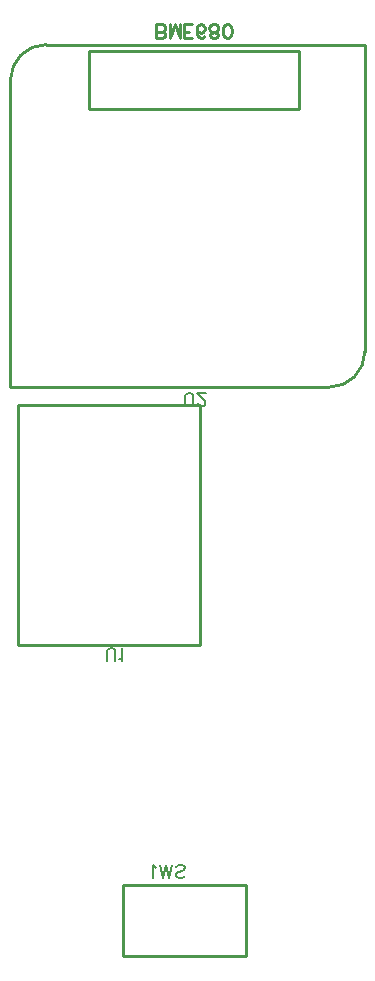
<source format=gbo>
G04 Layer: BottomSilkscreenLayer*
G04 EasyEDA v6.5.51, 2026-01-24 23:07:51*
G04 24400cab11b14a41ade87b5bf348eb15,64650944e1e6431b8ca2675abf886f56,10*
G04 Gerber Generator version 0.2*
G04 Scale: 100 percent, Rotated: No, Reflected: No *
G04 Dimensions in millimeters *
G04 leading zeros omitted , absolute positions ,4 integer and 5 decimal *
%FSLAX45Y45*%
%MOMM*%

%ADD10C,0.1524*%
%ADD11C,0.2500*%
%ADD12C,0.2540*%
%ADD13C,0.0124*%

%LPD*%
D10*
X2492756Y-1779778D02*
G01*
X2503170Y-1769363D01*
X2518663Y-1764284D01*
X2539491Y-1764284D01*
X2554986Y-1769363D01*
X2565400Y-1779778D01*
X2565400Y-1790192D01*
X2560320Y-1800605D01*
X2554986Y-1805939D01*
X2544572Y-1811020D01*
X2513329Y-1821434D01*
X2503170Y-1826513D01*
X2497836Y-1831847D01*
X2492756Y-1842262D01*
X2492756Y-1857755D01*
X2503170Y-1868170D01*
X2518663Y-1873250D01*
X2539491Y-1873250D01*
X2554986Y-1868170D01*
X2565400Y-1857755D01*
X2458465Y-1764284D02*
G01*
X2432304Y-1873250D01*
X2406395Y-1764284D02*
G01*
X2432304Y-1873250D01*
X2406395Y-1764284D02*
G01*
X2380488Y-1873250D01*
X2354579Y-1764284D02*
G01*
X2380488Y-1873250D01*
X2320290Y-1785112D02*
G01*
X2309875Y-1779778D01*
X2294127Y-1764284D01*
X2294127Y-1873250D01*
X1905000Y-39115D02*
G01*
X1905000Y38862D01*
X1910079Y54355D01*
X1920494Y64770D01*
X1936241Y69850D01*
X1946656Y69850D01*
X1962150Y64770D01*
X1972563Y54355D01*
X1977643Y38862D01*
X1977643Y-39115D01*
X2011934Y-18287D02*
G01*
X2022347Y-23621D01*
X2038095Y-39115D01*
X2038095Y69850D01*
X2565527Y2119756D02*
G01*
X2565527Y2197735D01*
X2570606Y2213229D01*
X2581020Y2223643D01*
X2596768Y2228722D01*
X2607183Y2228722D01*
X2622677Y2223643D01*
X2633090Y2213229D01*
X2638170Y2197735D01*
X2638170Y2119756D01*
X2677795Y2145664D02*
G01*
X2677795Y2140585D01*
X2682875Y2130170D01*
X2688209Y2124837D01*
X2698622Y2119756D01*
X2719197Y2119756D01*
X2729611Y2124837D01*
X2734945Y2130170D01*
X2740025Y2140585D01*
X2740025Y2150998D01*
X2734945Y2161412D01*
X2724531Y2176906D01*
X2672461Y2228722D01*
X2745359Y2228722D01*
D11*
X2324232Y5238097D02*
G01*
X2324232Y5352651D01*
X2324232Y5238097D02*
G01*
X2373254Y5238097D01*
X2389764Y5243685D01*
X2395098Y5249019D01*
X2400686Y5259941D01*
X2400686Y5270863D01*
X2395098Y5281785D01*
X2389764Y5287373D01*
X2373254Y5292707D01*
X2324232Y5292707D02*
G01*
X2373254Y5292707D01*
X2389764Y5298295D01*
X2395098Y5303629D01*
X2400686Y5314551D01*
X2400686Y5330807D01*
X2395098Y5341729D01*
X2389764Y5347317D01*
X2373254Y5352651D01*
X2324232Y5352651D01*
X2436500Y5238097D02*
G01*
X2436500Y5352651D01*
X2436500Y5238097D02*
G01*
X2480188Y5352651D01*
X2523876Y5238097D02*
G01*
X2480188Y5352651D01*
X2523876Y5238097D02*
G01*
X2523876Y5352651D01*
X2559944Y5238097D02*
G01*
X2559944Y5352651D01*
X2559944Y5238097D02*
G01*
X2630810Y5238097D01*
X2559944Y5292707D02*
G01*
X2603378Y5292707D01*
X2559944Y5352651D02*
G01*
X2630810Y5352651D01*
X2732156Y5254607D02*
G01*
X2726822Y5243685D01*
X2710312Y5238097D01*
X2699390Y5238097D01*
X2683134Y5243685D01*
X2672212Y5259941D01*
X2666624Y5287373D01*
X2666624Y5314551D01*
X2672212Y5336395D01*
X2683134Y5347317D01*
X2699390Y5352651D01*
X2704978Y5352651D01*
X2721234Y5347317D01*
X2732156Y5336395D01*
X2737744Y5319885D01*
X2737744Y5314551D01*
X2732156Y5298295D01*
X2721234Y5287373D01*
X2704978Y5281785D01*
X2699390Y5281785D01*
X2683134Y5287373D01*
X2672212Y5298295D01*
X2666624Y5314551D01*
X2800990Y5238097D02*
G01*
X2784480Y5243685D01*
X2779146Y5254607D01*
X2779146Y5265529D01*
X2784480Y5276451D01*
X2795402Y5281785D01*
X2817246Y5287373D01*
X2833756Y5292707D01*
X2844424Y5303629D01*
X2850012Y5314551D01*
X2850012Y5330807D01*
X2844424Y5341729D01*
X2839090Y5347317D01*
X2822834Y5352651D01*
X2800990Y5352651D01*
X2784480Y5347317D01*
X2779146Y5341729D01*
X2773558Y5330807D01*
X2773558Y5314551D01*
X2779146Y5303629D01*
X2790068Y5292707D01*
X2806324Y5287373D01*
X2828168Y5281785D01*
X2839090Y5276451D01*
X2844424Y5265529D01*
X2844424Y5254607D01*
X2839090Y5243685D01*
X2822834Y5238097D01*
X2800990Y5238097D01*
X2918846Y5238097D02*
G01*
X2902336Y5243685D01*
X2891414Y5259941D01*
X2886080Y5287373D01*
X2886080Y5303629D01*
X2891414Y5330807D01*
X2902336Y5347317D01*
X2918846Y5352651D01*
X2929514Y5352651D01*
X2946024Y5347317D01*
X2956946Y5330807D01*
X2962280Y5303629D01*
X2962280Y5287373D01*
X2956946Y5259941D01*
X2946024Y5243685D01*
X2929514Y5238097D01*
X2918846Y5238097D01*
D12*
X3086100Y-2535199D02*
G01*
X2044700Y-2535199D01*
X3086100Y-1935200D02*
G01*
X2044700Y-1935200D01*
X3086100Y-1935200D02*
G01*
X3086100Y-2535199D01*
X2044700Y-1935200D02*
G01*
X2044700Y-2535199D01*
X2692400Y2133600D02*
G01*
X1155700Y2133600D01*
X1155700Y101600D01*
X2692400Y101600D01*
X2692400Y2133600D01*
X3789652Y2281580D02*
G01*
X1090015Y2281580D01*
X4089400Y5181600D02*
G01*
X1389763Y5181600D01*
X1089398Y4881628D02*
G01*
X1089398Y2281626D01*
X4089400Y5181600D02*
G01*
X4089400Y2581628D01*
X1752600Y4635500D02*
G01*
X3530600Y4635500D01*
X3530600Y5130800D01*
X1752600Y5130800D01*
X1752600Y4635500D01*
G75*
G01*
X1389606Y5181752D02*
G03*
X1089635Y4881522I28J-299999D01*
G75*
G01*
X3789652Y2281580D02*
G03*
X4089631Y2581549I-20J300000D01*
M02*

</source>
